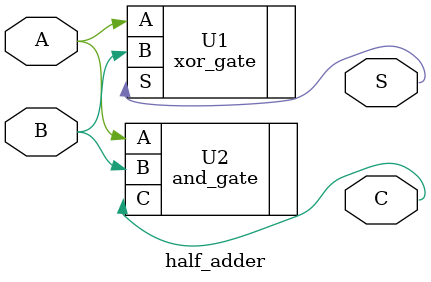
<source format=v>
`include "xor_gate.v"
`include "and_gate.v"
module half_adder (
    input A,B, output S,C
);
xor_gate U1(.A(A), .B(B), .S(S));
and_gate U2(.A(A), .B(B), .C(C));
    
endmodule
</source>
